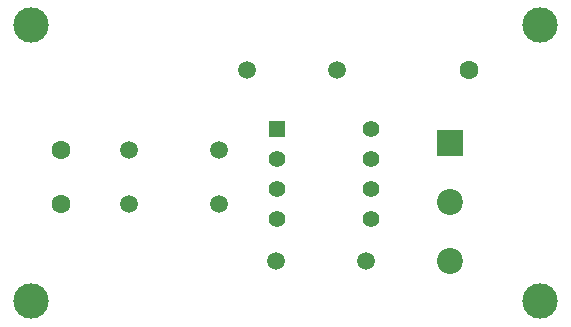
<source format=gtl>
%FSDAX24Y24*%
%MOIN*%
%SFA1B1*%

%IPPOS*%
%ADD10C,0.118110*%
%ADD11R,0.055120X0.055120*%
%ADD12C,0.055120*%
%ADD13C,0.059060*%
%ADD14R,0.086610X0.086610*%
%ADD15C,0.086610*%
%ADD16C,0.062990*%
%LNpcb_acople-1*%
%LPD*%
G54D10*
X018350Y001400D03*
Y010600D03*
X001400Y001400D03*
Y010600D03*
G54D11*
X009587Y007150D03*
G54D12*
X009587Y006150D03*
Y005150D03*
Y004150D03*
X012713D03*
Y005150D03*
Y006150D03*
Y007150D03*
G54D13*
X012550Y002750D03*
X009550D03*
X011600Y009100D03*
X008600D03*
X007650Y004650D03*
X004650D03*
X007650Y006450D03*
X004650D03*
G54D14*
X015350Y006687D03*
G54D15*
X015350Y004718D03*
Y002750D03*
G54D16*
X016000Y009100D03*
X002400Y004650D03*
Y006450D03*
M02*
</source>
